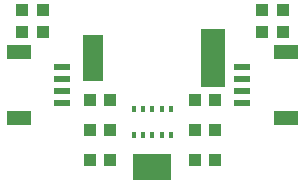
<source format=gtp>
G75*
%MOIN*%
%OFA0B0*%
%FSLAX25Y25*%
%IPPOS*%
%LPD*%
%AMOC8*
5,1,8,0,0,1.08239X$1,22.5*
%
%ADD10R,0.07874X0.04724*%
%ADD11R,0.05315X0.02362*%
%ADD12R,0.04331X0.03937*%
%ADD13R,0.13000X0.08800*%
%ADD14R,0.07874X0.19685*%
%ADD15R,0.06693X0.15748*%
%ADD16R,0.01476X0.02362*%
D10*
X0138865Y0078976D03*
X0138865Y0101024D03*
X0227802Y0101024D03*
X0227802Y0078976D03*
D11*
X0213333Y0084094D03*
X0213333Y0088031D03*
X0213333Y0091969D03*
X0213333Y0095906D03*
X0153333Y0095906D03*
X0153333Y0091969D03*
X0153333Y0088031D03*
X0153333Y0084094D03*
D12*
X0162487Y0065000D03*
X0169180Y0065000D03*
X0169180Y0075000D03*
X0162487Y0075000D03*
X0162487Y0085000D03*
X0169180Y0085000D03*
X0197487Y0085000D03*
X0204180Y0085000D03*
X0204180Y0075000D03*
X0197487Y0075000D03*
X0197487Y0065000D03*
X0204180Y0065000D03*
X0219987Y0107500D03*
X0226680Y0107500D03*
X0226680Y0115000D03*
X0219987Y0115000D03*
X0146680Y0115000D03*
X0139987Y0115000D03*
X0139987Y0107500D03*
X0146680Y0107500D03*
D13*
X0183333Y0062500D03*
D14*
X0203609Y0099000D03*
D15*
X0163648Y0099000D03*
D16*
X0177034Y0081831D03*
X0180184Y0081831D03*
X0183333Y0081831D03*
X0186483Y0081831D03*
X0189633Y0081831D03*
X0189633Y0073169D03*
X0186483Y0073169D03*
X0183333Y0073169D03*
X0180184Y0073169D03*
X0177034Y0073169D03*
M02*

</source>
